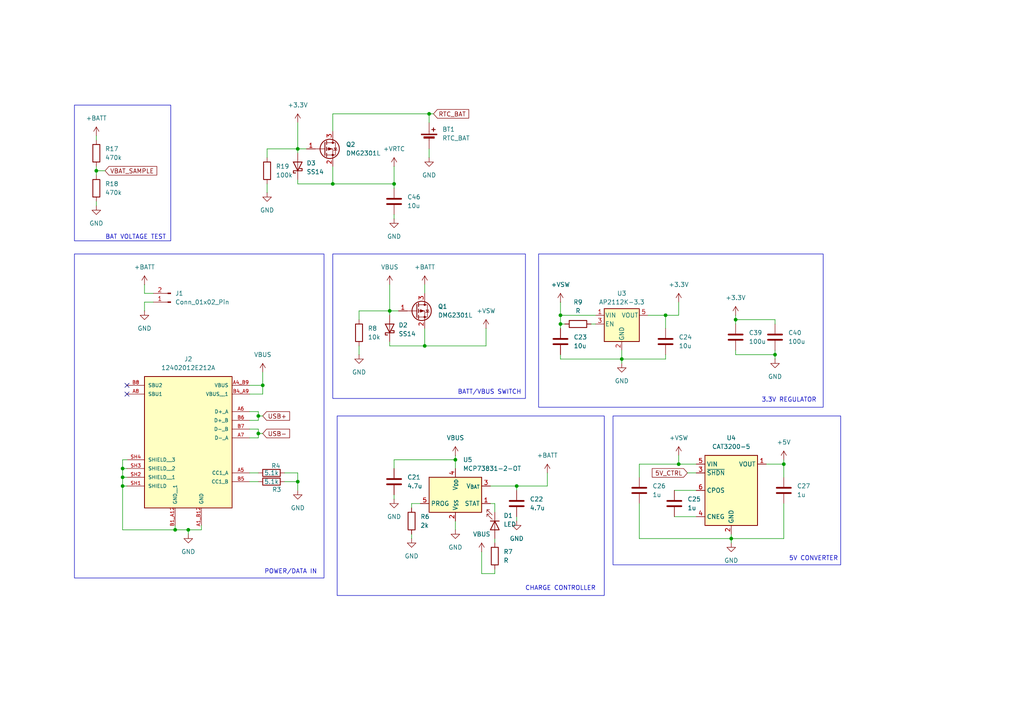
<source format=kicad_sch>
(kicad_sch (version 20231120) (generator "eeschema") (generator_version "8.0")
  (paper "A4")
  (lib_symbols
    (symbol "12402012E212A:12402012E212A" (pin_names (offset 1.016))
      (property "Reference" "J2" (at 0 17.78 0))
      (property "Value" "12402012E212A" (at 0 15.24 0))
      (symbol "12402012E212A_0_0"
        (rectangle (start -12.7 -25.4) (end 12.7 12.7) (stroke (width 0.254)) (fill (type background)))
        (pin power_in line (at 3.81 -30.48 90) (length 5.08) (name "GND") (number "A1_B12"))
        (pin power_in line (at 17.78 10.16 180) (length 5.08) (name "VBUS") (number "A4_B9"))
        (pin bidirectional line (at 17.78 -15.24 180) (length 5.08) (name "CC1_A") (number "A5"))
        (pin bidirectional line (at 17.78 2.54 180) (length 5.08) (name "D+_A") (number "A6"))
        (pin bidirectional line (at 17.78 -5.08 180) (length 5.08) (name "D-_A") (number "A7"))
        (pin bidirectional line (at -17.78 7.62 0) (length 5.08) (name "SBU1") (number "A8"))
        (pin power_in line (at -3.81 -30.48 90) (length 5.08) (name "GND__1") (number "B1_A12"))
        (pin power_in line (at 17.78 7.62 180) (length 5.08) (name "VBUS__1") (number "B4_A9"))
        (pin bidirectional line (at 17.78 -17.78 180) (length 5.08) (name "CC1_B") (number "B5"))
        (pin bidirectional line (at 17.78 0 180) (length 5.08) (name "D+_B") (number "B6"))
        (pin bidirectional line (at 17.78 -2.54 180) (length 5.08) (name "D-_B") (number "B7"))
        (pin bidirectional line (at -17.78 10.16 0) (length 5.08) (name "SBU2") (number "B8"))
        (pin passive line (at -17.78 -19.05 0) (length 5.08) (name "SHIELD") (number "SH1"))
        (pin passive line (at -17.78 -16.51 0) (length 5.08) (name "SHIELD__1") (number "SH2"))
        (pin passive line (at -17.78 -13.97 0) (length 5.08) (name "SHIELD__2") (number "SH3"))
        (pin passive line (at -17.78 -11.43 0) (length 5.08) (name "SHIELD__3") (number "SH4"))
      )
    )
    (symbol "Battery_Management:MCP73831-2-OT"
      (property "Reference" "U" (at -7.62 6.35 0))
      (property "Value" "MCP73831-2-OT" (at 1.27 6.35 0))
      (symbol "MCP73831-2-OT_0_1"
        (rectangle (start -7.62 5.08) (end 7.62 -5.08) (stroke (width 0.254)) (fill (type background)))
      )
      (symbol "MCP73831-2-OT_1_1"
        (pin tri_state line (at 10.16 -2.54 180) (length 2.54) (name "STAT") (number "1"))
        (pin power_in line (at 0 -7.62 90) (length 2.54) (name "V_{SS}") (number "2"))
        (pin power_out line (at 10.16 2.54 180) (length 2.54) (name "V_{BAT}") (number "3"))
        (pin power_in line (at 0 7.62 270) (length 2.54) (name "V_{DD}") (number "4"))
        (pin input line (at -10.16 -2.54 0) (length 2.54) (name "PROG") (number "5"))
      )
    )
    (symbol "Connector:Conn_01x02_Pin" (pin_names (offset 1.016) hide)
      (property "Reference" "J" (at 0 2.54 0))
      (property "Value" "Conn_01x02_Pin" (at 0 -5.08 0))
      (symbol "Conn_01x02_Pin_1_1"
        (polyline (pts (xy 1.27 -2.54) (xy 0.8636 -2.54)) (stroke (width 0.1524)))
        (polyline (pts (xy 1.27 0) (xy 0.8636 0)) (stroke (width 0.1524)))
        (rectangle (start 0.8636 -2.413) (end 0 -2.667) (stroke (width 0.1524)) (fill (type outline)))
        (rectangle (start 0.8636 0.127) (end 0 -0.127) (stroke (width 0.1524)) (fill (type outline)))
        (pin passive line (at 5.08 0 180) (length 3.81) (name "Pin_1") (number "1"))
        (pin passive line (at 5.08 -2.54 180) (length 3.81) (name "Pin_2") (number "2"))
      )
    )
    (symbol "Device:Battery_Cell" (pin_numbers hide) (pin_names (offset 0) hide)
      (property "Reference" "BT" (at 2.54 2.54 0))
      (property "Value" "Battery_Cell" (at 2.54 0 0))
      (symbol "Battery_Cell_0_1"
        (rectangle (start -2.286 1.778) (end 2.286 1.524) (fill (type outline)))
        (rectangle (start -1.524 1.016) (end 1.524 0.508) (fill (type outline)))
        (polyline (pts (xy 0 0.762) (xy 0 0)))
        (polyline (pts (xy 0 1.778) (xy 0 2.54)))
        (polyline (pts (xy 0.762 3.048) (xy 1.778 3.048)) (stroke (width 0.254)))
        (polyline (pts (xy 1.27 3.556) (xy 1.27 2.54)) (stroke (width 0.254)))
      )
      (symbol "Battery_Cell_1_1"
        (pin passive line (at 0 5.08 270) (length 2.54) (name "+") (number "1"))
        (pin passive line (at 0 -2.54 90) (length 2.54) (name "-") (number "2"))
      )
    )
    (symbol "Device:C" (pin_numbers hide) (pin_names (offset 0.254))
      (property "Reference" "C" (at 0.635 2.54 0))
      (property "Value" "C" (at 0.635 -2.54 0))
      (symbol "C_0_1"
        (polyline (pts (xy -2.032 -0.762) (xy 2.032 -0.762)) (stroke (width 0.508)))
        (polyline (pts (xy -2.032 0.762) (xy 2.032 0.762)) (stroke (width 0.508)))
      )
      (symbol "C_1_1"
        (pin passive line (at 0 3.81 270) (length 2.794) (name "~") (number "1"))
        (pin passive line (at 0 -3.81 90) (length 2.794) (name "~") (number "2"))
      )
    )
    (symbol "Device:LED" (pin_numbers hide) (pin_names (offset 1.016) hide)
      (property "Reference" "D" (at 0 2.54 0))
      (property "Value" "LED" (at 0 -2.54 0))
      (symbol "LED_0_1"
        (polyline (pts (xy -1.27 -1.27) (xy -1.27 1.27)) (stroke (width 0.254)))
        (polyline (pts (xy -1.27 0) (xy 1.27 0)))
        (polyline (pts (xy 1.27 -1.27) (xy 1.27 1.27) (xy -1.27 0) (xy 1.27 -1.27)) (stroke (width 0.254)))
        (polyline (pts (xy -3.048 -0.762) (xy -4.572 -2.286) (xy -3.81 -2.286) (xy -4.572 -2.286) (xy -4.572 -1.524)))
        (polyline (pts (xy -1.778 -0.762) (xy -3.302 -2.286) (xy -2.54 -2.286) (xy -3.302 -2.286) (xy -3.302 -1.524)))
      )
      (symbol "LED_1_1"
        (pin passive line (at -3.81 0 0) (length 2.54) (name "K") (number "1"))
        (pin passive line (at 3.81 0 180) (length 2.54) (name "A") (number "2"))
      )
    )
    (symbol "Device:R" (pin_numbers hide) (pin_names (offset 0))
      (property "Reference" "R" (at 2.032 0 90))
      (property "Value" "R" (at 0 0 90))
      (symbol "R_0_1"
        (rectangle (start -1.016 -2.54) (end 1.016 2.54) (stroke (width 0.254)))
      )
      (symbol "R_1_1"
        (pin passive line (at 0 3.81 270) (length 1.27) (name "~") (number "1"))
        (pin passive line (at 0 -3.81 90) (length 1.27) (name "~") (number "2"))
      )
    )
    (symbol "Diode:SS14" (pin_numbers hide) (pin_names (offset 1.016) hide)
      (property "Reference" "D" (at 0 2.54 0))
      (property "Value" "SS14" (at 0 -2.54 0))
      (symbol "SS14_0_1"
        (polyline (pts (xy 1.27 0) (xy -1.27 0)))
        (polyline (pts (xy 1.27 1.27) (xy 1.27 -1.27) (xy -1.27 0) (xy 1.27 1.27)) (stroke (width 0.254)))
        (polyline (pts (xy -1.905 0.635) (xy -1.905 1.27) (xy -1.27 1.27) (xy -1.27 -1.27) (xy -0.635 -1.27) (xy -0.635 -0.635)) (stroke (width 0.254)))
      )
      (symbol "SS14_1_1"
        (pin passive line (at -3.81 0 0) (length 2.54) (name "K") (number "1"))
        (pin passive line (at 3.81 0 180) (length 2.54) (name "A") (number "2"))
      )
    )
    (symbol "Regulator_Linear:AP2112K-3.3" (pin_names (offset 0.254))
      (property "Reference" "U" (at -5.08 5.715 0))
      (property "Value" "AP2112K-3.3" (at 0 5.715 0))
      (symbol "AP2112K-3.3_0_1"
        (rectangle (start -5.08 4.445) (end 5.08 -5.08) (stroke (width 0.254)) (fill (type background)))
      )
      (symbol "AP2112K-3.3_1_1"
        (pin power_in line (at -7.62 2.54 0) (length 2.54) (name "VIN") (number "1"))
        (pin power_in line (at 0 -7.62 90) (length 2.54) (name "GND") (number "2"))
        (pin input line (at -7.62 0 0) (length 2.54) (name "EN") (number "3"))
        (pin no_connect line (at 5.08 0 180) (length 2.54) hide (name "NC") (number "4"))
        (pin power_out line (at 7.62 2.54 180) (length 2.54) (name "VOUT") (number "5"))
      )
    )
    (symbol "Regulator_SwitchedCapacitor:CAT3200-5"
      (property "Reference" "U" (at 6.35 11.43 0))
      (property "Value" "CAT3200-5" (at 6.35 -11.43 0))
      (symbol "CAT3200-5_0_1"
        (rectangle (start -7.62 10.16) (end 7.62 -10.16) (stroke (width 0.254)) (fill (type background)))
      )
      (symbol "CAT3200-5_1_1"
        (pin power_out line (at 10.16 7.62 180) (length 2.54) (name "VOUT") (number "1"))
        (pin power_in line (at 0 -12.7 90) (length 2.54) (name "GND") (number "2"))
        (pin input line (at -10.16 5.08 0) (length 2.54) (name "~{SHDN}") (number "3"))
        (pin passive line (at -10.16 -7.62 0) (length 2.54) (name "CNEG") (number "4"))
        (pin power_in line (at -10.16 7.62 0) (length 2.54) (name "VIN") (number "5"))
        (pin passive line (at -10.16 0 0) (length 2.54) (name "CPOS") (number "6"))
      )
    )
    (symbol "Transistor_FET:DMG2301L" (pin_names hide)
      (property "Reference" "Q" (at 5.08 1.905 0))
      (property "Value" "DMG2301L" (at 5.08 0 0))
      (symbol "DMG2301L_0_1"
        (polyline (pts (xy 0.254 0) (xy -2.54 0)))
        (polyline (pts (xy 0.254 1.905) (xy 0.254 -1.905)) (stroke (width 0.254)))
        (polyline (pts (xy 0.762 -1.27) (xy 0.762 -2.286)) (stroke (width 0.254)))
        (polyline (pts (xy 0.762 0.508) (xy 0.762 -0.508)) (stroke (width 0.254)))
        (polyline (pts (xy 0.762 2.286) (xy 0.762 1.27)) (stroke (width 0.254)))
        (polyline (pts (xy 2.54 2.54) (xy 2.54 1.778)))
        (polyline (pts (xy 2.54 -2.54) (xy 2.54 0) (xy 0.762 0)))
        (polyline (pts (xy 0.762 1.778) (xy 3.302 1.778) (xy 3.302 -1.778) (xy 0.762 -1.778)))
        (polyline (pts (xy 2.286 0) (xy 1.27 0.381) (xy 1.27 -0.381) (xy 2.286 0)) (fill (type outline)))
        (polyline (pts (xy 2.794 -0.508) (xy 2.921 -0.381) (xy 3.683 -0.381) (xy 3.81 -0.254)))
        (polyline (pts (xy 3.302 -0.381) (xy 2.921 0.254) (xy 3.683 0.254) (xy 3.302 -0.381)))
        (circle (center 1.651 0) (radius 2.794) (stroke (width 0.254)))
        (circle (center 2.54 -1.778) (radius 0.254) (fill (type outline)))
        (circle (center 2.54 1.778) (radius 0.254) (fill (type outline)))
      )
      (symbol "DMG2301L_1_1"
        (pin input line (at -5.08 0 0) (length 2.54) (name "G") (number "1"))
        (pin passive line (at 2.54 -5.08 90) (length 2.54) (name "S") (number "2"))
        (pin passive line (at 2.54 5.08 270) (length 2.54) (name "D") (number "3"))
      )
    )
    (symbol "power:+3.3V" (power) (pin_numbers hide) (pin_names (offset 0) hide)
      (property "Value" "+3.3V" (at 0 3.556 0))
      (symbol "+3.3V_0_1"
        (polyline (pts (xy -0.762 1.27) (xy 0 2.54)))
        (polyline (pts (xy 0 0) (xy 0 2.54)))
        (polyline (pts (xy 0 2.54) (xy 0.762 1.27)))
      )
      (symbol "+3.3V_1_1"
        (pin power_in line (at 0 0 90) (length 0) (name "~") (number "1"))
      )
    )
    (symbol "power:+5V" (power) (pin_numbers hide) (pin_names (offset 0) hide)
      (property "Value" "+5V" (at 0 3.556 0))
      (symbol "+5V_0_1"
        (polyline (pts (xy -0.762 1.27) (xy 0 2.54)))
        (polyline (pts (xy 0 0) (xy 0 2.54)))
        (polyline (pts (xy 0 2.54) (xy 0.762 1.27)))
      )
      (symbol "+5V_1_1"
        (pin power_in line (at 0 0 90) (length 0) (name "~") (number "1"))
      )
    )
    (symbol "power:+BATT" (power) (pin_numbers hide) (pin_names (offset 0) hide)
      (property "Value" "+BATT" (at 0 3.556 0))
      (symbol "+BATT_0_1"
        (polyline (pts (xy -0.762 1.27) (xy 0 2.54)))
        (polyline (pts (xy 0 0) (xy 0 2.54)))
        (polyline (pts (xy 0 2.54) (xy 0.762 1.27)))
      )
      (symbol "+BATT_1_1"
        (pin power_in line (at 0 0 90) (length 0) (name "~") (number "1"))
      )
    )
    (symbol "power:+VSW" (power) (pin_numbers hide) (pin_names (offset 0) hide)
      (property "Value" "+VSW" (at 0 3.556 0))
      (symbol "+VSW_0_1"
        (polyline (pts (xy -0.762 1.27) (xy 0 2.54)))
        (polyline (pts (xy 0 0) (xy 0 2.54)))
        (polyline (pts (xy 0 2.54) (xy 0.762 1.27)))
      )
      (symbol "+VSW_1_1"
        (pin power_in line (at 0 0 90) (length 0) (name "~") (number "1"))
      )
    )
    (symbol "power:GND" (power) (pin_numbers hide) (pin_names (offset 0) hide)
      (property "Value" "GND" (at 0 -3.81 0))
      (symbol "GND_0_1"
        (polyline (pts (xy 0 0) (xy 0 -1.27) (xy 1.27 -1.27) (xy 0 -2.54) (xy -1.27 -1.27) (xy 0 -1.27)))
      )
      (symbol "GND_1_1"
        (pin power_in line (at 0 0 270) (length 0) (name "~") (number "1"))
      )
    )
    (symbol "power:VBUS" (power) (pin_numbers hide) (pin_names (offset 0) hide)
      (property "Value" "VBUS" (at 0 3.556 0))
      (symbol "VBUS_0_1"
        (polyline (pts (xy -0.762 1.27) (xy 0 2.54)))
        (polyline (pts (xy 0 0) (xy 0 2.54)))
        (polyline (pts (xy 0 2.54) (xy 0.762 1.27)))
      )
      (symbol "VBUS_1_1"
        (pin power_in line (at 0 0 90) (length 0) (name "~") (number "1"))
      )
    )
  )
  (junction (at 212.09 156.21))
  (junction (at 35.56 135.89))
  (junction (at 113.03 90.17))
  (junction (at 50.8 153.67))
  (junction (at 27.94 49.53))
  (junction (at 162.56 93.98))
  (junction (at 213.36 92.71))
  (junction (at 124.46 33.02))
  (junction (at 86.36 43.18))
  (junction (at 114.3 53.34))
  (junction (at 193.04 91.44))
  (junction (at 132.08 133.35))
  (junction (at 54.61 153.67))
  (junction (at 74.93 125.73))
  (junction (at 96.52 53.34))
  (junction (at 224.79 102.87))
  (junction (at 35.56 140.97))
  (junction (at 74.93 120.65))
  (junction (at 149.86 140.97))
  (junction (at 196.85 134.62))
  (junction (at 162.56 91.44))
  (junction (at 227.33 134.62))
  (junction (at 76.2 111.76))
  (junction (at 123.19 100.33))
  (junction (at 86.36 139.7))
  (junction (at 35.56 138.43))
  (junction (at 180.34 104.14))
  (no_connect (at 36.83 114.3))
  (no_connect (at 36.83 111.76))
  (wire (pts (xy 227.33 146.05) (xy 227.33 156.21)))
  (wire (pts (xy 114.3 48.26) (xy 114.3 53.34)))
  (wire (pts (xy 35.56 138.43) (xy 36.83 138.43)))
  (wire (pts (xy 171.45 93.98) (xy 172.72 93.98)))
  (wire (pts (xy 74.93 121.92) (xy 74.93 120.65)))
  (wire (pts (xy 199.39 137.16) (xy 201.93 137.16)))
  (wire (pts (xy 27.94 48.26) (xy 27.94 49.53)))
  (wire (pts (xy 35.56 135.89) (xy 35.56 133.35)))
  (wire (pts (xy 74.93 120.65) (xy 76.2 120.65)))
  (wire (pts (xy 35.56 133.35) (xy 36.83 133.35)))
  (wire (pts (xy 212.09 154.94) (xy 212.09 156.21)))
  (wire (pts (xy 35.56 138.43) (xy 35.56 135.89)))
  (wire (pts (xy 114.3 135.89) (xy 114.3 133.35)))
  (wire (pts (xy 41.91 82.55) (xy 41.91 85.09)))
  (wire (pts (xy 143.51 166.37) (xy 143.51 165.1)))
  (wire (pts (xy 143.51 146.05) (xy 142.24 146.05)))
  (wire (pts (xy 41.91 85.09) (xy 44.45 85.09)))
  (wire (pts (xy 74.93 124.46) (xy 74.93 125.73)))
  (wire (pts (xy 185.42 134.62) (xy 196.85 134.62)))
  (wire (pts (xy 162.56 95.25) (xy 162.56 93.98)))
  (wire (pts (xy 162.56 87.63) (xy 162.56 91.44)))
  (wire (pts (xy 123.19 82.55) (xy 123.19 85.09)))
  (wire (pts (xy 119.38 154.94) (xy 119.38 156.21)))
  (wire (pts (xy 82.55 139.7) (xy 86.36 139.7)))
  (wire (pts (xy 149.86 142.24) (xy 149.86 140.97)))
  (wire (pts (xy 54.61 154.94) (xy 54.61 153.67)))
  (wire (pts (xy 72.39 139.7) (xy 74.93 139.7)))
  (wire (pts (xy 27.94 49.53) (xy 30.48 49.53)))
  (wire (pts (xy 162.56 91.44) (xy 172.72 91.44)))
  (wire (pts (xy 86.36 44.45) (xy 86.36 43.18)))
  (wire (pts (xy 162.56 91.44) (xy 162.56 93.98)))
  (wire (pts (xy 72.39 114.3) (xy 76.2 114.3)))
  (wire (pts (xy 74.93 119.38) (xy 74.93 120.65)))
  (wire (pts (xy 227.33 156.21) (xy 212.09 156.21)))
  (wire (pts (xy 119.38 146.05) (xy 121.92 146.05)))
  (wire (pts (xy 224.79 92.71) (xy 213.36 92.71)))
  (wire (pts (xy 86.36 53.34) (xy 96.52 53.34)))
  (wire (pts (xy 180.34 101.6) (xy 180.34 104.14)))
  (wire (pts (xy 124.46 35.56) (xy 124.46 33.02)))
  (wire (pts (xy 196.85 87.63) (xy 196.85 91.44)))
  (wire (pts (xy 140.97 95.25) (xy 140.97 100.33)))
  (wire (pts (xy 35.56 140.97) (xy 35.56 153.67)))
  (wire (pts (xy 35.56 135.89) (xy 36.83 135.89)))
  (wire (pts (xy 72.39 127) (xy 74.93 127)))
  (wire (pts (xy 119.38 147.32) (xy 119.38 146.05)))
  (wire (pts (xy 143.51 156.21) (xy 143.51 157.48)))
  (wire (pts (xy 193.04 95.25) (xy 193.04 91.44)))
  (wire (pts (xy 77.47 53.34) (xy 77.47 55.88)))
  (wire (pts (xy 213.36 101.6) (xy 213.36 102.87)))
  (wire (pts (xy 86.36 137.16) (xy 86.36 139.7)))
  (wire (pts (xy 104.14 100.33) (xy 104.14 102.87)))
  (wire (pts (xy 41.91 87.63) (xy 44.45 87.63)))
  (wire (pts (xy 124.46 33.02) (xy 96.52 33.02)))
  (wire (pts (xy 74.93 127) (xy 74.93 125.73)))
  (wire (pts (xy 58.42 153.67) (xy 54.61 153.67)))
  (wire (pts (xy 54.61 153.67) (xy 50.8 153.67)))
  (wire (pts (xy 96.52 33.02) (xy 96.52 38.1)))
  (wire (pts (xy 195.58 142.24) (xy 201.93 142.24)))
  (wire (pts (xy 149.86 149.86) (xy 149.86 151.13)))
  (wire (pts (xy 114.3 133.35) (xy 132.08 133.35)))
  (wire (pts (xy 77.47 45.72) (xy 77.47 43.18)))
  (wire (pts (xy 143.51 148.59) (xy 143.51 146.05)))
  (wire (pts (xy 224.79 102.87) (xy 224.79 101.6)))
  (wire (pts (xy 50.8 153.67) (xy 50.8 152.4)))
  (wire (pts (xy 86.36 35.56) (xy 86.36 43.18)))
  (wire (pts (xy 162.56 93.98) (xy 163.83 93.98)))
  (wire (pts (xy 158.75 137.16) (xy 158.75 140.97)))
  (wire (pts (xy 36.83 140.97) (xy 35.56 140.97)))
  (wire (pts (xy 196.85 132.08) (xy 196.85 134.62)))
  (wire (pts (xy 185.42 138.43) (xy 185.42 134.62)))
  (wire (pts (xy 180.34 104.14) (xy 193.04 104.14)))
  (wire (pts (xy 139.7 166.37) (xy 143.51 166.37)))
  (wire (pts (xy 104.14 90.17) (xy 113.03 90.17)))
  (wire (pts (xy 132.08 132.08) (xy 132.08 133.35)))
  (wire (pts (xy 193.04 91.44) (xy 187.96 91.44)))
  (wire (pts (xy 58.42 152.4) (xy 58.42 153.67)))
  (wire (pts (xy 41.91 90.17) (xy 41.91 87.63)))
  (wire (pts (xy 86.36 43.18) (xy 88.9 43.18)))
  (wire (pts (xy 96.52 53.34) (xy 96.52 48.26)))
  (wire (pts (xy 213.36 102.87) (xy 224.79 102.87)))
  (wire (pts (xy 162.56 102.87) (xy 162.56 104.14)))
  (wire (pts (xy 227.33 134.62) (xy 227.33 133.35)))
  (wire (pts (xy 212.09 157.48) (xy 212.09 156.21)))
  (wire (pts (xy 76.2 114.3) (xy 76.2 111.76)))
  (wire (pts (xy 132.08 151.13) (xy 132.08 153.67)))
  (wire (pts (xy 224.79 93.98) (xy 224.79 92.71)))
  (wire (pts (xy 113.03 82.55) (xy 113.03 90.17)))
  (wire (pts (xy 196.85 91.44) (xy 193.04 91.44)))
  (wire (pts (xy 114.3 53.34) (xy 114.3 54.61)))
  (wire (pts (xy 124.46 43.18) (xy 124.46 45.72)))
  (wire (pts (xy 227.33 134.62) (xy 227.33 138.43)))
  (wire (pts (xy 213.36 91.44) (xy 213.36 92.71)))
  (wire (pts (xy 124.46 33.02) (xy 125.73 33.02)))
  (wire (pts (xy 185.42 156.21) (xy 212.09 156.21)))
  (wire (pts (xy 185.42 146.05) (xy 185.42 156.21)))
  (wire (pts (xy 195.58 149.86) (xy 201.93 149.86)))
  (wire (pts (xy 74.93 125.73) (xy 76.2 125.73)))
  (wire (pts (xy 27.94 39.37) (xy 27.94 40.64)))
  (wire (pts (xy 132.08 133.35) (xy 132.08 135.89)))
  (wire (pts (xy 72.39 119.38) (xy 74.93 119.38)))
  (wire (pts (xy 180.34 104.14) (xy 180.34 105.41)))
  (wire (pts (xy 27.94 49.53) (xy 27.94 50.8)))
  (wire (pts (xy 72.39 124.46) (xy 74.93 124.46)))
  (wire (pts (xy 72.39 111.76) (xy 76.2 111.76)))
  (wire (pts (xy 224.79 102.87) (xy 224.79 104.14)))
  (wire (pts (xy 158.75 140.97) (xy 149.86 140.97)))
  (wire (pts (xy 35.56 153.67) (xy 50.8 153.67)))
  (wire (pts (xy 27.94 58.42) (xy 27.94 59.69)))
  (wire (pts (xy 86.36 137.16) (xy 82.55 137.16)))
  (wire (pts (xy 86.36 52.07) (xy 86.36 53.34)))
  (wire (pts (xy 35.56 140.97) (xy 35.56 138.43)))
  (wire (pts (xy 113.03 100.33) (xy 123.19 100.33)))
  (wire (pts (xy 113.03 91.44) (xy 113.03 90.17)))
  (wire (pts (xy 149.86 140.97) (xy 142.24 140.97)))
  (wire (pts (xy 86.36 139.7) (xy 86.36 142.24)))
  (wire (pts (xy 193.04 102.87) (xy 193.04 104.14)))
  (wire (pts (xy 114.3 62.23) (xy 114.3 63.5)))
  (wire (pts (xy 76.2 111.76) (xy 76.2 107.95)))
  (wire (pts (xy 114.3 143.51) (xy 114.3 144.78)))
  (wire (pts (xy 140.97 100.33) (xy 123.19 100.33)))
  (wire (pts (xy 114.3 53.34) (xy 96.52 53.34)))
  (wire (pts (xy 139.7 160.02) (xy 139.7 166.37)))
  (wire (pts (xy 77.47 43.18) (xy 86.36 43.18)))
  (wire (pts (xy 104.14 92.71) (xy 104.14 90.17)))
  (wire (pts (xy 72.39 137.16) (xy 74.93 137.16)))
  (wire (pts (xy 113.03 90.17) (xy 115.57 90.17)))
  (wire (pts (xy 222.25 134.62) (xy 227.33 134.62)))
  (wire (pts (xy 72.39 121.92) (xy 74.93 121.92)))
  (wire (pts (xy 113.03 99.06) (xy 113.03 100.33)))
  (wire (pts (xy 123.19 100.33) (xy 123.19 95.25)))
  (wire (pts (xy 196.85 134.62) (xy 201.93 134.62)))
  (wire (pts (xy 213.36 92.71) (xy 213.36 93.98)))
  (wire (pts (xy 162.56 104.14) (xy 180.34 104.14)))
  (rectangle (start 96.52 73.66) (end 152.4 115.57))
  (rectangle (start 21.59 73.66) (end 93.98 167.64))
  (rectangle (start 156.21 73.66) (end 238.76 118.11))
  (rectangle (start 97.79 120.65) (end 175.26 172.72))
  (rectangle (start 21.59 30.48) (end 49.53 69.85))
  (rectangle (start 177.8 120.65) (end 243.84 163.83))
  (text "POWER/DATA IN" (at 84.328 165.862 0) (effects (font (size 1.27 1.27))))
  (text "BATT/VBUS SWITCH" (at 141.986 113.792 0) (effects (font (size 1.27 1.27))))
  (text "5V CONVERTER" (at 235.966 162.052 0) (effects (font (size 1.27 1.27))))
  (text "BAT VOLTAGE TEST" (at 39.37 68.834 0) (effects (font (size 1.27 1.27))))
  (text "3.3V REGULATOR" (at 228.854 116.078 0) (effects (font (size 1.27 1.27))))
  (text "CHARGE CONTROLLER" (at 162.56 170.688 0) (effects (font (size 1.27 1.27))))
  (global_label "USB-" (shape input) (at 76.2 125.73 0) (property "Intersheetrefs" "${INTERSHEET_REFS}" (effects (hide yes))))
  (global_label "5V_CTRL" (shape input) (at 199.39 137.16 180) (property "Intersheetrefs" "${INTERSHEET_REFS}" (effects (hide yes))))
  (global_label "USB+" (shape input) (at 76.2 120.65 0) (property "Intersheetrefs" "${INTERSHEET_REFS}" (effects (hide yes))))
  (global_label "VBAT_SAMPLE" (shape input) (at 30.48 49.53 0) (property "Intersheetrefs" "${INTERSHEET_REFS}" (effects (hide yes))))
  (global_label "RTC_BAT" (shape input) (at 125.73 33.02 0) (property "Intersheetrefs" "${INTERSHEET_REFS}" (effects (hide yes))))
  (symbol (lib_id "power:GND") (at 114.3 144.78 0) (unit 1)
    (property "Reference" "#PWR029" (effects (hide yes)))
    (property "Value" "GND" (at 114.3 149.86 0))
    (property "Description" "Power symbol creates a global label with name \"GND\" , ground" (effects (hide yes)))
  )
  (symbol (lib_id "Device:R") (at 27.94 54.61 0) (unit 1)
    (property "Reference" "R18" (at 30.48 53.3399 0) (effects (justify left)))
    (property "Value" "470k" (at 30.48 55.8799 0) (effects (justify left)))
    (property "Footprint" "Resistor_SMD:R_0805_2012Metric_Pad1.20x1.40mm_HandSolder" (effects (hide yes)))
    (property "Description" "Resistor" (effects (hide yes)))
  )
  (symbol (lib_id "Device:R") (at 77.47 49.53 0) (unit 1)
    (property "Reference" "R19" (at 80.01 48.2599 0) (effects (justify left)))
    (property "Value" "100k" (at 80.01 50.7999 0) (effects (justify left)))
    (property "Footprint" "Resistor_SMD:R_0805_2012Metric_Pad1.20x1.40mm_HandSolder" (effects (hide yes)))
    (property "Description" "Resistor" (effects (hide yes)))
  )
  (symbol (lib_id "power:+5V") (at 227.33 133.35 0) (unit 1)
    (property "Reference" "#PWR038" (effects (hide yes)))
    (property "Value" "+5V" (at 227.33 128.27 0))
    (property "Description" "Power symbol creates a global label with name \"+5V\"" (effects (hide yes)))
  )
  (symbol (lib_id "Device:C") (at 114.3 58.42 0) (unit 1)
    (property "Reference" "C46" (at 118.11 57.1499 0) (effects (justify left)))
    (property "Value" "10u" (at 118.11 59.6899 0) (effects (justify left)))
    (property "Footprint" "Capacitor_SMD:C_0805_2012Metric_Pad1.18x1.45mm_HandSolder" (effects (hide yes)))
    (property "Description" "Unpolarized capacitor" (effects (hide yes)))
  )
  (symbol (lib_id "Device:R") (at 167.64 93.98 90) (unit 1)
    (property "Reference" "R9" (at 167.64 87.63 90))
    (property "Value" "R" (at 167.64 90.17 90))
    (property "Footprint" "Resistor_SMD:R_0805_2012Metric_Pad1.20x1.40mm_HandSolder" (effects (hide yes)))
    (property "Description" "Resistor" (effects (hide yes)))
  )
  (symbol (lib_id "power:GND") (at 41.91 90.17 0) (unit 1)
    (property "Reference" "#PWR041" (effects (hide yes)))
    (property "Value" "GND" (at 41.91 95.25 0))
    (property "Description" "Power symbol creates a global label with name \"GND\" , ground" (effects (hide yes)))
  )
  (symbol (lib_id "power:GND") (at 149.86 151.13 0) (unit 1)
    (property "Reference" "#PWR030" (effects (hide yes)))
    (property "Value" "GND" (at 149.86 156.21 0))
    (property "Description" "Power symbol creates a global label with name \"GND\" , ground" (effects (hide yes)))
  )
  (symbol (lib_id "power:GND") (at 124.46 45.72 0) (unit 1)
    (property "Reference" "#PWR090" (effects (hide yes)))
    (property "Value" "GND" (at 124.46 50.8 0))
    (property "Description" "Power symbol creates a global label with name \"GND\" , ground" (effects (hide yes)))
  )
  (symbol (lib_id "Device:C") (at 227.33 142.24 0) (unit 1)
    (property "Reference" "C27" (at 231.14 140.9699 0) (effects (justify left)))
    (property "Value" "1u" (at 231.14 143.5099 0) (effects (justify left)))
    (property "Footprint" "Capacitor_SMD:C_0805_2012Metric_Pad1.18x1.45mm_HandSolder" (effects (hide yes)))
  )
  (symbol (lib_id "power:GND") (at 132.08 153.67 0) (unit 1)
    (property "Reference" "#PWR027" (effects (hide yes)))
    (property "Value" "GND" (at 132.08 158.75 0))
    (property "Description" "Power symbol creates a global label with name \"GND\" , ground" (effects (hide yes)))
  )
  (symbol (lib_id "power:+3.3V") (at 213.36 91.44 0) (unit 1)
    (property "Reference" "#PWR057" (effects (hide yes)))
    (property "Value" "+3.3V" (at 213.36 86.36 0))
    (property "Description" "Power symbol creates a global label with name \"+3.3V\"" (effects (hide yes)))
  )
  (symbol (lib_id "power:GND") (at 27.94 59.69 0) (unit 1)
    (property "Reference" "#PWR086" (effects (hide yes)))
    (property "Value" "GND" (at 27.94 64.77 0))
    (property "Description" "Power symbol creates a global label with name \"GND\" , ground" (effects (hide yes)))
  )
  (symbol (lib_id "power:+BATT") (at 123.19 82.55 0) (unit 1)
    (property "Reference" "#PWR032" (effects (hide yes)))
    (property "Value" "+BATT" (at 123.19 77.47 0))
    (property "Description" "Power symbol creates a global label with name \"+BATT\"" (effects (hide yes)))
  )
  (symbol (lib_id "power:+3.3V") (at 196.85 87.63 0) (unit 1)
    (property "Reference" "#PWR037" (effects (hide yes)))
    (property "Value" "+3.3V" (at 196.85 82.55 0))
    (property "Description" "Power symbol creates a global label with name \"+3.3V\"" (effects (hide yes)))
  )
  (symbol (lib_id "power:GND") (at 77.47 55.88 0) (unit 1)
    (property "Reference" "#PWR089" (effects (hide yes)))
    (property "Value" "GND" (at 77.47 60.96 0))
    (property "Description" "Power symbol creates a global label with name \"GND\" , ground" (effects (hide yes)))
  )
  (symbol (lib_id "power:+3.3V") (at 86.36 35.56 0) (unit 1)
    (property "Reference" "#PWR062" (effects (hide yes)))
    (property "Value" "+3.3V" (at 86.36 30.48 0))
    (property "Description" "Power symbol creates a global label with name \"+3.3V\"" (effects (hide yes)))
  )
  (symbol (lib_id "power:+VSW") (at 162.56 87.63 0) (unit 1)
    (property "Reference" "#PWR035" (effects (hide yes)))
    (property "Value" "+VSW" (at 162.56 82.55 0))
    (property "Description" "Power symbol creates a global label with name \"+VSW\"" (effects (hide yes)))
  )
  (symbol (lib_id "Regulator_SwitchedCapacitor:CAT3200-5") (at 212.09 142.24 0) (unit 1)
    (property "Reference" "U4" (at 212.09 127 0))
    (property "Value" "CAT3200-5" (at 212.09 129.54 0))
    (property "Footprint" "Package_TO_SOT_SMD:SOT-23-6" (effects (hide yes)))
    (property "Datasheet" "https://www.onsemi.com/pdf/datasheet/cat3200-d.pdf" (effects (hide yes)))
    (property "Description" "Low Noise Regulated Charge Pump DC-DC Converter, 5 V, 100 mA, SOT-23-6" (effects (hide yes)))
  )
  (symbol (lib_id "power:VBUS") (at 113.03 82.55 0) (unit 1)
    (property "Reference" "#PWR024" (effects (hide yes)))
    (property "Value" "VBUS" (at 113.03 77.47 0))
    (property "Description" "Power symbol creates a global label with name \"VBUS\"" (effects (hide yes)))
  )
  (symbol (lib_id "Device:R") (at 27.94 44.45 0) (unit 1)
    (property "Reference" "R17" (at 30.48 43.1799 0) (effects (justify left)))
    (property "Value" "470k" (at 30.48 45.7199 0) (effects (justify left)))
    (property "Footprint" "Resistor_SMD:R_0805_2012Metric_Pad1.20x1.40mm_HandSolder" (effects (hide yes)))
    (property "Description" "Resistor" (effects (hide yes)))
  )
  (symbol (lib_id "Device:LED") (at 143.51 152.4 270) (unit 1)
    (property "Reference" "D1" (at 146.05 149.5424 90) (effects (justify left)))
    (property "Value" "LED" (at 146.05 152.0824 90) (effects (justify left)))
    (property "Footprint" "LED_SMD:LED_1206_3216Metric_Pad1.42x1.75mm_HandSolder" (effects (hide yes)))
    (property "Description" "Light emitting diode" (effects (hide yes)))
  )
  (symbol (lib_id "Battery_Management:MCP73831-2-OT") (at 132.08 143.51 0) (unit 1)
    (property "Reference" "U5" (at 134.2741 133.35 0) (effects (justify left)))
    (property "Value" "MCP73831-2-OT" (at 134.2741 135.89 0) (effects (justify left)))
    (property "Footprint" "Package_TO_SOT_SMD:SOT-23-5" (effects (hide yes)))
    (property "Datasheet" "http://ww1.microchip.com/downloads/en/DeviceDoc/20001984g.pdf" (effects (hide yes)))
    (property "Description" "Single cell, Li-Ion/Li-Po charge management controller, 4.20V, Tri-State Status Output, in SOT23-5 package" (effects (hide yes)))
  )
  (symbol (lib_id "power:VBUS") (at 76.2 107.95 0) (unit 1)
    (property "Reference" "#PWR018" (effects (hide yes)))
    (property "Value" "VBUS" (at 76.2 102.87 0))
    (property "Description" "Power symbol creates a global label with name \"VBUS\"" (effects (hide yes)))
  )
  (symbol (lib_id "power:+VSW") (at 196.85 132.08 0) (unit 1)
    (property "Reference" "#PWR036" (effects (hide yes)))
    (property "Value" "+VSW" (at 196.85 127 0))
    (property "Description" "Power symbol creates a global label with name \"+VSW\"" (effects (hide yes)))
  )
  (symbol (lib_id "power:+VSW") (at 114.3 48.26 0) (unit 1)
    (property "Reference" "#PWR092" (effects (hide yes)))
    (property "Value" "+VRTC" (at 114.3 43.18 0))
    (property "Description" "Power symbol creates a global label with name \"+VSW\"" (effects (hide yes)))
  )
  (symbol (lib_id "Diode:SS14") (at 113.03 95.25 90) (unit 1)
    (property "Reference" "D2" (at 115.57 94.2974 90) (effects (justify right)))
    (property "Value" "SS14" (at 115.57 96.8374 90) (effects (justify right)))
    (property "Footprint" "Diode_SMD:D_SMA" (effects (hide yes)))
    (property "Datasheet" "https://www.vishay.com/docs/88746/ss12.pdf" (effects (hide yes)))
    (property "Description" "40V 1A Schottky Diode, SMA" (effects (hide yes)))
  )
  (symbol (lib_id "power:GND") (at 86.36 142.24 0) (unit 1)
    (property "Reference" "#PWR020" (effects (hide yes)))
    (property "Value" "GND" (at 86.36 147.32 0))
    (property "Description" "Power symbol creates a global label with name \"GND\" , ground" (effects (hide yes)))
  )
  (symbol (lib_id "Diode:SS14") (at 86.36 48.26 90) (unit 1)
    (property "Reference" "D3" (at 88.9 47.3074 90) (effects (justify right)))
    (property "Value" "SS14" (at 88.9 49.8474 90) (effects (justify right)))
    (property "Footprint" "Diode_SMD:D_SMA" (effects (hide yes)))
    (property "Datasheet" "https://www.vishay.com/docs/88746/ss12.pdf" (effects (hide yes)))
    (property "Description" "40V 1A Schottky Diode, SMA" (effects (hide yes)))
  )
  (symbol (lib_id "Device:Battery_Cell") (at 124.46 40.64 0) (unit 1)
    (property "Reference" "BT1" (at 128.27 37.5284 0) (effects (justify left)))
    (property "Value" "RTC_BAT" (at 128.27 40.0684 0) (effects (justify left)))
    (property "Footprint" "WiSDOM:BAT_BAT-HLD-001-THM" (effects (hide yes)))
    (property "Description" "Single-cell battery" (effects (hide yes)))
  )
  (symbol (lib_id "power:GND") (at 224.79 104.14 0) (unit 1)
    (property "Reference" "#PWR058" (effects (hide yes)))
    (property "Value" "GND" (at 224.79 109.22 0))
    (property "Description" "Power symbol creates a global label with name \"GND\" , ground" (effects (hide yes)))
  )
  (symbol (lib_id "Transistor_FET:DMG2301L") (at 120.65 90.17 0) (unit 1)
    (property "Reference" "Q1" (at 127 88.8999 0) (effects (justify left)))
    (property "Value" "DMG2301L" (at 127 91.4399 0) (effects (justify left)))
    (property "Footprint" "Package_TO_SOT_SMD:SOT-23" (effects (hide yes)))
    (property "Datasheet" "https://www.diodes.com/assets/Datasheets/DMG2301L.pdf" (effects (hide yes)))
    (property "Description" "-3A Id, -20V Vds, P-Channel MOSFET, SOT-23" (effects (hide yes)))
  )
  (symbol (lib_id "power:+VSW") (at 140.97 95.25 0) (unit 1)
    (property "Reference" "#PWR034" (effects (hide yes)))
    (property "Value" "+VSW" (at 140.97 90.17 0))
    (property "Description" "Power symbol creates a global label with name \"+VSW\"" (effects (hide yes)))
  )
  (symbol (lib_id "Device:C") (at 213.36 97.79 0) (unit 1)
    (property "Reference" "C39" (at 217.17 96.5199 0) (effects (justify left)))
    (property "Value" "100u" (at 217.17 99.0599 0) (effects (justify left)))
    (property "Footprint" "Capacitor_SMD:C_0805_2012Metric_Pad1.18x1.45mm_HandSolder" (effects (hide yes)))
    (property "Description" "Unpolarized capacitor" (effects (hide yes)))
  )
  (symbol (lib_id "Device:C") (at 114.3 139.7 0) (unit 1)
    (property "Reference" "C21" (at 118.11 138.4299 0) (effects (justify left)))
    (property "Value" "4.7u" (at 118.11 140.9699 0) (effects (justify left)))
    (property "Footprint" "Capacitor_SMD:C_0805_2012Metric_Pad1.18x1.45mm_HandSolder" (effects (hide yes)))
    (property "Description" "Unpolarized capacitor" (effects (hide yes)))
  )
  (symbol (lib_id "power:GND") (at 114.3 63.5 0) (unit 1)
    (property "Reference" "#PWR091" (effects (hide yes)))
    (property "Value" "GND" (at 114.3 68.58 0))
    (property "Description" "Power symbol creates a global label with name \"GND\" , ground" (effects (hide yes)))
  )
  (symbol (lib_id "Device:C") (at 193.04 99.06 0) (unit 1)
    (property "Reference" "C24" (at 196.85 97.7899 0) (effects (justify left)))
    (property "Value" "10u" (at 196.85 100.3299 0) (effects (justify left)))
    (property "Footprint" "Capacitor_SMD:C_0805_2012Metric_Pad1.18x1.45mm_HandSolder" (effects (hide yes)))
    (property "Description" "Unpolarized capacitor" (effects (hide yes)))
  )
  (symbol (lib_id "Device:R") (at 119.38 151.13 0) (unit 1)
    (property "Reference" "R6" (at 121.92 149.8599 0) (effects (justify left)))
    (property "Value" "2k" (at 121.92 152.3999 0) (effects (justify left)))
    (property "Footprint" "Resistor_SMD:R_0805_2012Metric_Pad1.20x1.40mm_HandSolder" (effects (hide yes)))
    (property "Description" "Resistor" (effects (hide yes)))
  )
  (symbol (lib_id "power:GND") (at 119.38 156.21 0) (unit 1)
    (property "Reference" "#PWR028" (effects (hide yes)))
    (property "Value" "GND" (at 119.38 161.29 0))
    (property "Description" "Power symbol creates a global label with name \"GND\" , ground" (effects (hide yes)))
  )
  (symbol (lib_id "Device:C") (at 185.42 142.24 0) (unit 1)
    (property "Reference" "C26" (at 189.23 140.9699 0) (effects (justify left)))
    (property "Value" "1u" (at 189.23 143.5099 0) (effects (justify left)))
    (property "Footprint" "Capacitor_SMD:C_0805_2012Metric_Pad1.18x1.45mm_HandSolder" (effects (hide yes)))
    (property "Description" "Unpolarized capacitor" (effects (hide yes)))
  )
  (symbol (lib_id "Connector:Conn_01x02_Pin") (at 49.53 87.63 180) (unit 1)
    (property "Reference" "J1" (at 50.8 85.0899 0) (effects (justify right)))
    (property "Value" "Conn_01x02_Pin" (at 50.8 87.6299 0) (effects (justify right)))
    (property "Footprint" "Connector_JST:JST_PH_S2B-PH-K_1x02_P2.00mm_Horizontal" (effects (hide yes)))
    (property "Description" "Generic connector, single row, 01x02, script generated" (effects (hide yes)))
  )
  (symbol (lib_id "Device:R") (at 78.74 137.16 90) (unit 1)
    (property "Reference" "R4" (at 80.01 135.128 90))
    (property "Value" "5.1k" (at 78.74 137.16 90))
    (property "Footprint" "Resistor_SMD:R_0805_2012Metric_Pad1.20x1.40mm_HandSolder" (effects (hide yes)))
    (property "Description" "Resistor" (effects (hide yes)))
  )
  (symbol (lib_id "Regulator_Linear:AP2112K-3.3") (at 180.34 93.98 0) (unit 1)
    (property "Reference" "U3" (at 180.34 85.09 0))
    (property "Value" "AP2112K-3.3" (at 180.34 87.63 0))
    (property "Footprint" "Package_TO_SOT_SMD:SOT-23-5" (effects (hide yes)))
    (property "Datasheet" "https://www.diodes.com/assets/Datasheets/AP2112.pdf" (effects (hide yes)))
    (property "Description" "600mA low dropout linear regulator, with enable pin, 3.8V-6V input voltage range, 3.3V fixed positive output, SOT-23-5" (effects (hide yes)))
  )
  (symbol (lib_id "Device:C") (at 224.79 97.79 0) (unit 1)
    (property "Reference" "C40" (at 228.6 96.5199 0) (effects (justify left)))
    (property "Value" "100u" (at 228.6 99.0599 0) (effects (justify left)))
    (property "Footprint" "Capacitor_SMD:C_0805_2012Metric_Pad1.18x1.45mm_HandSolder" (effects (hide yes)))
    (property "Description" "Unpolarized capacitor" (effects (hide yes)))
  )
  (symbol (lib_id "Transistor_FET:DMG2301L") (at 93.98 43.18 0) (unit 1)
    (property "Reference" "Q2" (at 100.33 41.9099 0) (effects (justify left)))
    (property "Value" "DMG2301L" (at 100.33 44.4499 0) (effects (justify left)))
    (property "Footprint" "Package_TO_SOT_SMD:SOT-23" (effects (hide yes)))
    (property "Datasheet" "https://www.diodes.com/assets/Datasheets/DMG2301L.pdf" (effects (hide yes)))
    (property "Description" "-3A Id, -20V Vds, P-Channel MOSFET, SOT-23" (effects (hide yes)))
  )
  (symbol (lib_id "12402012E212A:12402012E212A") (at 54.61 121.92 0) (unit 1)
    (property "Reference" "J2" (at 54.61 104.14 0))
    (property "Value" "12402012E212A" (at 54.61 106.68 0))
    (property "Footprint" "WiSDOM:AMPHENOL_12402012E212A" (effects (hide yes)))
    (property "PARTREV" "4" (effects (hide yes)))
    (property "STANDARD" "Manufacturer Recommendations" (effects (hide yes)))
    (property "MAXIMUM_PACKAGE_HEIGHT" "3.26 mm" (effects (hide yes)))
    (property "MANUFACTURER" "Amphenol" (effects (hide yes)))
  )
  (symbol (lib_id "Device:C") (at 195.58 146.05 0) (unit 1)
    (property "Reference" "C25" (at 199.39 144.7799 0) (effects (justify left)))
    (property "Value" "1u" (at 199.39 147.3199 0) (effects (justify left)))
    (property "Footprint" "Capacitor_SMD:C_0805_2012Metric_Pad1.18x1.45mm_HandSolder" (effects (hide yes)))
  )
  (symbol (lib_id "power:+BATT") (at 41.91 82.55 0) (unit 1)
    (property "Reference" "#PWR042" (effects (hide yes)))
    (property "Value" "+BATT" (at 41.91 77.47 0))
    (property "Description" "Power symbol creates a global label with name \"+BATT\"" (effects (hide yes)))
  )
  (symbol (lib_id "power:+BATT") (at 27.94 39.37 0) (unit 1)
    (property "Reference" "#PWR085" (effects (hide yes)))
    (property "Value" "+BATT" (at 27.94 34.29 0))
    (property "Description" "Power symbol creates a global label with name \"+BATT\"" (effects (hide yes)))
  )
  (symbol (lib_id "Device:C") (at 149.86 146.05 0) (unit 1)
    (property "Reference" "C22" (at 153.67 144.7799 0) (effects (justify left)))
    (property "Value" "4.7u" (at 153.67 147.3199 0) (effects (justify left)))
    (property "Footprint" "Capacitor_SMD:C_0805_2012Metric_Pad1.18x1.45mm_HandSolder" (effects (hide yes)))
    (property "Description" "Unpolarized capacitor" (effects (hide yes)))
  )
  (symbol (lib_id "power:GND") (at 212.09 157.48 0) (unit 1)
    (property "Reference" "#PWR022" (effects (hide yes)))
    (property "Value" "GND" (at 212.09 162.56 0))
    (property "Description" "Power symbol creates a global label with name \"GND\" , ground" (effects (hide yes)))
  )
  (symbol (lib_id "power:GND") (at 54.61 154.94 0) (unit 1)
    (property "Reference" "#PWR019" (effects (hide yes)))
    (property "Value" "GND" (at 54.61 160.02 0))
    (property "Description" "Power symbol creates a global label with name \"GND\" , ground" (effects (hide yes)))
  )
  (symbol (lib_id "Device:R") (at 78.74 139.7 90) (unit 1)
    (property "Reference" "R3" (at 80.264 141.986 90))
    (property "Value" "5.1k" (at 78.74 139.7 90))
    (property "Footprint" "Resistor_SMD:R_0805_2012Metric_Pad1.20x1.40mm_HandSolder" (effects (hide yes)))
    (property "Description" "Resistor" (effects (hide yes)))
  )
  (symbol (lib_id "power:+BATT") (at 158.75 137.16 0) (unit 1)
    (property "Reference" "#PWR021" (effects (hide yes)))
    (property "Value" "+BATT" (at 158.75 132.08 0))
    (property "Description" "Power symbol creates a global label with name \"+BATT\"" (effects (hide yes)))
  )
  (symbol (lib_id "power:VBUS") (at 139.7 160.02 0) (unit 1)
    (property "Reference" "#PWR031" (effects (hide yes)))
    (property "Value" "VBUS" (at 139.7 154.94 0))
    (property "Description" "Power symbol creates a global label with name \"VBUS\"" (effects (hide yes)))
  )
  (symbol (lib_id "power:GND") (at 104.14 102.87 0) (unit 1)
    (property "Reference" "#PWR033" (effects (hide yes)))
    (property "Value" "GND" (at 104.14 107.95 0))
    (property "Description" "Power symbol creates a global label with name \"GND\" , ground" (effects (hide yes)))
  )
  (symbol (lib_id "power:GND") (at 180.34 105.41 0) (unit 1)
    (property "Reference" "#PWR023" (effects (hide yes)))
    (property "Value" "GND" (at 180.34 110.49 0))
    (property "Description" "Power symbol creates a global label with name \"GND\" , ground" (effects (hide yes)))
  )
  (symbol (lib_id "power:VBUS") (at 132.08 132.08 0) (unit 1)
    (property "Reference" "#PWR026" (effects (hide yes)))
    (property "Value" "VBUS" (at 132.08 127 0))
    (property "Description" "Power symbol creates a global label with name \"VBUS\"" (effects (hide yes)))
  )
  (symbol (lib_id "Device:C") (at 162.56 99.06 0) (unit 1)
    (property "Reference" "C23" (at 166.37 97.7899 0) (effects (justify left)))
    (property "Value" "10u" (at 166.37 100.3299 0) (effects (justify left)))
    (property "Footprint" "Capacitor_SMD:C_0805_2012Metric_Pad1.18x1.45mm_HandSolder" (effects (hide yes)))
    (property "Description" "Unpolarized capacitor" (effects (hide yes)))
  )
  (symbol (lib_id "Device:R") (at 143.51 161.29 0) (unit 1)
    (property "Reference" "R7" (at 146.05 160.0199 0) (effects (justify left)))
    (property "Value" "R" (at 146.05 162.5599 0) (effects (justify left)))
    (property "Footprint" "Resistor_SMD:R_0805_2012Metric_Pad1.20x1.40mm_HandSolder" (effects (hide yes)))
    (property "Description" "Resistor" (effects (hide yes)))
  )
  (symbol (lib_id "Device:R") (at 104.14 96.52 0) (unit 1)
    (property "Reference" "R8" (at 106.68 95.2499 0) (effects (justify left)))
    (property "Value" "10k" (at 106.68 97.7899 0) (effects (justify left)))
    (property "Footprint" "Resistor_SMD:R_0805_2012Metric_Pad1.20x1.40mm_HandSolder" (effects (hide yes)))
    (property "Description" "Resistor" (effects (hide yes)))
  )
)
</source>
